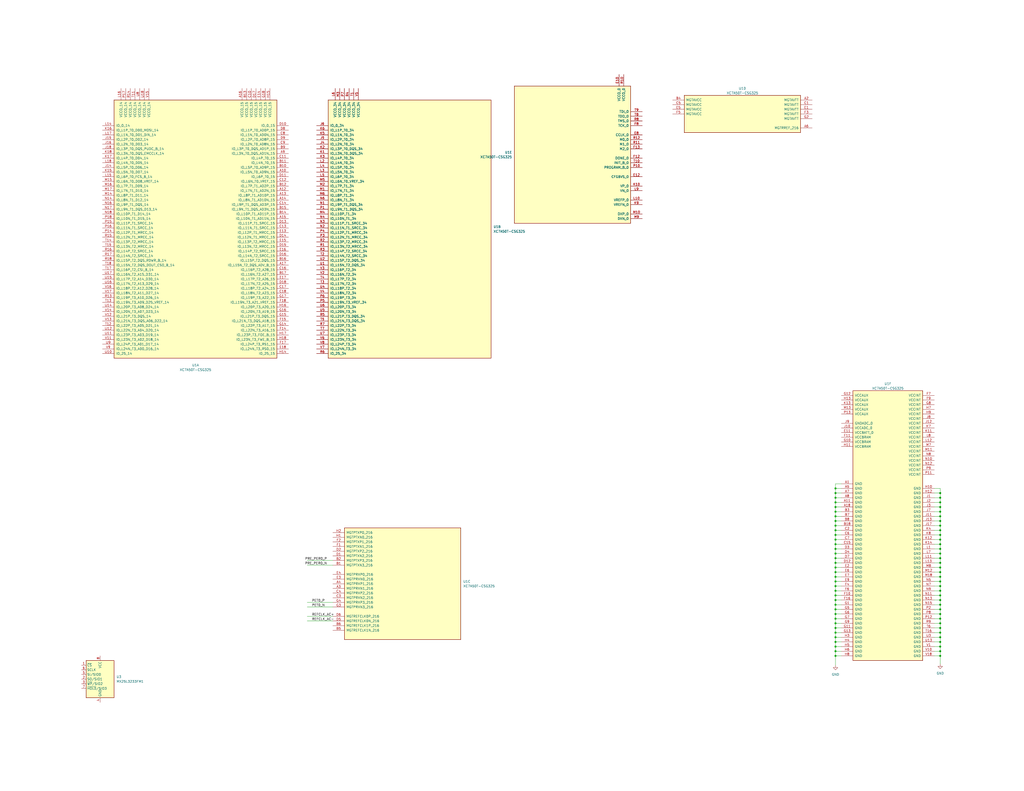
<source format=kicad_sch>
(kicad_sch (version 20230121) (generator eeschema)
  (paper "C")
  (lib_symbols
    (symbol "FPGA_Xilinx_Artix7:XC7A50T-CSG325" (pin_names (offset 1.016))
      (property "Reference" "U" (at 0 1.27 0))
      (property "Value" "XC7A50T-CSG325" (at 0 -1.27 0))
      (symbol "XC7A50T-CSG325_1_1"
        (rectangle (start -44.45 67.31) (end 44.45 -73.66) (stroke (width 0.254)) (fill (type background)))
        (pin bidirectional line (at 50.8 27.94 180) (length 6.35) (name "IO_L5N_T0_AD9N_15") (number "A10"))
        (pin bidirectional line (at 50.8 17.78 180) (length 6.35) (name "IO_L7N_T1_AD2N_15") (number "A12"))
        (pin bidirectional line (at 50.8 15.24 180) (length 6.35) (name "IO_L8P_T1_AD10P_15") (number "A13"))
        (pin bidirectional line (at 50.8 12.7 180) (length 6.35) (name "IO_L8N_T1_AD10N_15") (number "A14"))
        (pin bidirectional line (at 50.8 2.54 180) (length 6.35) (name "IO_L10N_T1_AD11N_15") (number "A15"))
        (pin power_in line (at 25.4 73.66 270) (length 6.35) (name "VCCO_15") (number "A16"))
        (pin bidirectional line (at 50.8 -22.86 180) (length 6.35) (name "IO_L15N_T2_DQS_ADV_B_15") (number "A17"))
        (pin bidirectional line (at 50.8 38.1 180) (length 6.35) (name "IO_L3N_T0_DQS_AD1N_15") (number "A9"))
        (pin bidirectional line (at 50.8 30.48 180) (length 6.35) (name "IO_L5P_T0_AD9P_15") (number "B10"))
        (pin bidirectional line (at 50.8 33.02 180) (length 6.35) (name "IO_L4N_T0_15") (number "B11"))
        (pin bidirectional line (at 50.8 20.32 180) (length 6.35) (name "IO_L7P_T1_AD2P_15") (number "B12"))
        (pin power_in line (at 27.94 73.66 270) (length 6.35) (name "VCCO_15") (number "B13"))
        (pin bidirectional line (at 50.8 5.08 180) (length 6.35) (name "IO_L10P_T1_AD11P_15") (number "B14"))
        (pin bidirectional line (at 50.8 7.62 180) (length 6.35) (name "IO_L9N_T1_DQS_AD3N_15") (number "B15"))
        (pin bidirectional line (at 50.8 -20.32 180) (length 6.35) (name "IO_L15P_T2_DQS_15") (number "B16"))
        (pin bidirectional line (at 50.8 -27.94 180) (length 6.35) (name "IO_L16N_T2_A27_15") (number "B17"))
        (pin bidirectional line (at 50.8 40.64 180) (length 6.35) (name "IO_L3P_T0_DQS_AD1P_15") (number "B9"))
        (pin power_in line (at 30.48 73.66 270) (length 6.35) (name "VCCO_15") (number "C10"))
        (pin bidirectional line (at 50.8 35.56 180) (length 6.35) (name "IO_L4P_T0_15") (number "C11"))
        (pin bidirectional line (at 50.8 22.86 180) (length 6.35) (name "IO_L6N_T0_VREF_15") (number "C12"))
        (pin bidirectional line (at 50.8 -2.54 180) (length 6.35) (name "IO_L11N_T1_SRCC_15") (number "C13"))
        (pin bidirectional line (at 50.8 10.16 180) (length 6.35) (name "IO_L9P_T1_DQS_AD3P_15") (number "C14"))
        (pin bidirectional line (at 50.8 -25.4 180) (length 6.35) (name "IO_L16P_T2_A28_15") (number "C16"))
        (pin bidirectional line (at 50.8 -35.56 180) (length 6.35) (name "IO_L18P_T2_A24_15") (number "C17"))
        (pin bidirectional line (at 50.8 -38.1 180) (length 6.35) (name "IO_L18N_T2_A23_15") (number "C18"))
        (pin bidirectional line (at 50.8 48.26 180) (length 6.35) (name "IO_L1N_T0_AD0N_15") (number "C8"))
        (pin bidirectional line (at 50.8 43.18 180) (length 6.35) (name "IO_L2N_T0_AD8N_15") (number "C9"))
        (pin bidirectional line (at 50.8 53.34 180) (length 6.35) (name "IO_0_15") (number "D10"))
        (pin bidirectional line (at 50.8 25.4 180) (length 6.35) (name "IO_L6P_T0_15") (number "D11"))
        (pin bidirectional line (at 50.8 0 180) (length 6.35) (name "IO_L11P_T1_SRCC_15") (number "D13"))
        (pin bidirectional line (at 50.8 -7.62 180) (length 6.35) (name "IO_L12N_T1_MRCC_15") (number "D14"))
        (pin bidirectional line (at 50.8 -12.7 180) (length 6.35) (name "IO_L13N_T2_MRCC_15") (number "D15"))
        (pin bidirectional line (at 50.8 -17.78 180) (length 6.35) (name "IO_L14N_T2_SRCC_15") (number "D16"))
        (pin power_in line (at 33.02 73.66 270) (length 6.35) (name "VCCO_15") (number "D17"))
        (pin bidirectional line (at 50.8 -33.02 180) (length 6.35) (name "IO_L17N_T2_A25_15") (number "D18"))
        (pin bidirectional line (at 50.8 50.8 180) (length 6.35) (name "IO_L1P_T0_AD0P_15") (number "D8"))
        (pin bidirectional line (at 50.8 45.72 180) (length 6.35) (name "IO_L2P_T0_AD8P_15") (number "D9"))
        (pin bidirectional line (at 50.8 -5.08 180) (length 6.35) (name "IO_L12P_T1_MRCC_15") (number "E13"))
        (pin power_in line (at 35.56 73.66 270) (length 6.35) (name "VCCO_15") (number "E14"))
        (pin bidirectional line (at 50.8 -10.16 180) (length 6.35) (name "IO_L13P_T2_MRCC_15") (number "E15"))
        (pin bidirectional line (at 50.8 -15.24 180) (length 6.35) (name "IO_L14P_T2_SRCC_15") (number "E16"))
        (pin bidirectional line (at 50.8 -30.48 180) (length 6.35) (name "IO_L17P_T2_A26_15") (number "E17"))
        (pin bidirectional line (at 50.8 -68.58 180) (length 6.35) (name "IO_L24N_T3_RS0_15") (number "E18"))
        (pin bidirectional line (at 50.8 -58.42 180) (length 6.35) (name "IO_L22N_T3_A16_15") (number "F14"))
        (pin bidirectional line (at 50.8 -53.34 180) (length 6.35) (name "IO_L21N_T3_DQS_A18_15") (number "F15"))
        (pin bidirectional line (at 50.8 -66.04 180) (length 6.35) (name "IO_L24P_T3_RS1_15") (number "F17"))
        (pin bidirectional line (at 50.8 -43.18 180) (length 6.35) (name "IO_L19N_T3_A21_VREF_15") (number "F18"))
        (pin bidirectional line (at 50.8 -55.88 180) (length 6.35) (name "IO_L22P_T3_A17_15") (number "G14"))
        (pin bidirectional line (at 50.8 -50.8 180) (length 6.35) (name "IO_L21P_T3_DQS_15") (number "G15"))
        (pin bidirectional line (at 50.8 -48.26 180) (length 6.35) (name "IO_L20N_T3_A19_15") (number "G16"))
        (pin bidirectional line (at 50.8 -40.64 180) (length 6.35) (name "IO_L19P_T3_A22_15") (number "G17"))
        (pin power_in line (at 38.1 73.66 270) (length 6.35) (name "VCCO_15") (number "G18"))
        (pin bidirectional line (at 50.8 -71.12 180) (length 6.35) (name "IO_25_15") (number "H14"))
        (pin power_in line (at 40.64 73.66 270) (length 6.35) (name "VCCO_15") (number "H15"))
        (pin bidirectional line (at 50.8 -45.72 180) (length 6.35) (name "IO_L20P_T3_A20_15") (number "H16"))
        (pin bidirectional line (at 50.8 -60.96 180) (length 6.35) (name "IO_L23P_T3_FOE_B_15") (number "H17"))
        (pin bidirectional line (at 50.8 -63.5 180) (length 6.35) (name "IO_L23N_T3_FWE_B_15") (number "H18"))
        (pin bidirectional line (at -50.8 30.48 0) (length 6.35) (name "IO_L5P_T0_D06_14") (number "J14"))
        (pin bidirectional line (at -50.8 45.72 0) (length 6.35) (name "IO_L2P_T0_D02_14") (number "J15"))
        (pin bidirectional line (at -50.8 43.18 0) (length 6.35) (name "IO_L2N_T0_D03_14") (number "J16"))
        (pin bidirectional line (at -50.8 40.64 0) (length 6.35) (name "IO_L3P_T0_DQS_PUDC_B_14") (number "J18"))
        (pin bidirectional line (at -50.8 27.94 0) (length 6.35) (name "IO_L5N_T0_D07_14") (number "K15"))
        (pin bidirectional line (at -50.8 50.8 0) (length 6.35) (name "IO_L1P_T0_D00_MOSI_14") (number "K16"))
        (pin bidirectional line (at -50.8 35.56 0) (length 6.35) (name "IO_L4P_T0_D04_14") (number "K17"))
        (pin bidirectional line (at -50.8 38.1 0) (length 6.35) (name "IO_L3N_T0_DQS_EMCCLK_14") (number "K18"))
        (pin bidirectional line (at -50.8 53.34 0) (length 6.35) (name "IO_0_14") (number "L14"))
        (pin bidirectional line (at -50.8 25.4 0) (length 6.35) (name "IO_L6P_T0_FCS_B_14") (number "L15"))
        (pin power_in line (at -40.64 73.66 270) (length 6.35) (name "VCCO_14") (number "L16"))
        (pin bidirectional line (at -50.8 48.26 0) (length 6.35) (name "IO_L1N_T0_D01_DIN_14") (number "L17"))
        (pin bidirectional line (at -50.8 33.02 0) (length 6.35) (name "IO_L4N_T0_D05_14") (number "L18"))
        (pin bidirectional line (at -50.8 15.24 0) (length 6.35) (name "IO_L8P_T1_D11_14") (number "M14"))
        (pin bidirectional line (at -50.8 22.86 0) (length 6.35) (name "IO_L6N_T0_D08_VREF_14") (number "M15"))
        (pin bidirectional line (at -50.8 20.32 0) (length 6.35) (name "IO_L7P_T1_D09_14") (number "M16"))
        (pin bidirectional line (at -50.8 17.78 0) (length 6.35) (name "IO_L7N_T1_D10_14") (number "M17"))
        (pin bidirectional line (at -50.8 12.7 0) (length 6.35) (name "IO_L8N_T1_D12_14") (number "N14"))
        (pin bidirectional line (at -50.8 10.16 0) (length 6.35) (name "IO_L9P_T1_DQS_14") (number "N16"))
        (pin bidirectional line (at -50.8 7.62 0) (length 6.35) (name "IO_L9N_T1_DQS_D13_14") (number "N17"))
        (pin bidirectional line (at -50.8 5.08 0) (length 6.35) (name "IO_L10P_T1_D14_14") (number "N18"))
        (pin bidirectional line (at -50.8 -5.08 0) (length 6.35) (name "IO_L12P_T1_MRCC_14") (number "P14"))
        (pin bidirectional line (at -50.8 0 0) (length 6.35) (name "IO_L11P_T1_SRCC_14") (number "P15"))
        (pin bidirectional line (at -50.8 -2.54 0) (length 6.35) (name "IO_L11N_T1_SRCC_14") (number "P16"))
        (pin power_in line (at -38.1 73.66 270) (length 6.35) (name "VCCO_14") (number "P17"))
        (pin bidirectional line (at -50.8 2.54 0) (length 6.35) (name "IO_L10N_T1_D15_14") (number "P18"))
        (pin bidirectional line (at -50.8 -40.64 0) (length 6.35) (name "IO_L19P_T3_A10_D26_14") (number "R13"))
        (pin power_in line (at -35.56 73.66 270) (length 6.35) (name "VCCO_14") (number "R14"))
        (pin bidirectional line (at -50.8 -7.62 0) (length 6.35) (name "IO_L12N_T1_MRCC_14") (number "R15"))
        (pin bidirectional line (at -50.8 -15.24 0) (length 6.35) (name "IO_L14P_T2_SRCC_14") (number "R16"))
        (pin bidirectional line (at -50.8 -17.78 0) (length 6.35) (name "IO_L14N_T2_SRCC_14") (number "R17"))
        (pin bidirectional line (at -50.8 -20.32 0) (length 6.35) (name "IO_L15P_T2_DQS_RDWR_B_14") (number "R18"))
        (pin power_in line (at -33.02 73.66 270) (length 6.35) (name "VCCO_14") (number "T11"))
        (pin bidirectional line (at -50.8 -55.88 0) (length 6.35) (name "IO_L22P_T3_A05_D21_14") (number "T12"))
        (pin bidirectional line (at -50.8 -43.18 0) (length 6.35) (name "IO_L19N_T3_A09_D25_VREF_14") (number "T13"))
        (pin bidirectional line (at -50.8 -10.16 0) (length 6.35) (name "IO_L13P_T2_MRCC_14") (number "T14"))
        (pin bidirectional line (at -50.8 -12.7 0) (length 6.35) (name "IO_L13N_T2_MRCC_14") (number "T15"))
        (pin bidirectional line (at -50.8 -25.4 0) (length 6.35) (name "IO_L16P_T2_CSI_B_14") (number "T17"))
        (pin bidirectional line (at -50.8 -22.86 0) (length 6.35) (name "IO_L15N_T2_DQS_DOUT_CSO_B_14") (number "T18"))
        (pin bidirectional line (at -50.8 -71.12 0) (length 6.35) (name "IO_25_14") (number "U10"))
        (pin bidirectional line (at -50.8 -60.96 0) (length 6.35) (name "IO_L23P_T3_A03_D19_14") (number "U11"))
        (pin bidirectional line (at -50.8 -58.42 0) (length 6.35) (name "IO_L22N_T3_A04_D20_14") (number "U12"))
        (pin bidirectional line (at -50.8 -45.72 0) (length 6.35) (name "IO_L20P_T3_A08_D24_14") (number "U14"))
        (pin bidirectional line (at -50.8 -30.48 0) (length 6.35) (name "IO_L17P_T2_A14_D30_14") (number "U15"))
        (pin bidirectional line (at -50.8 -33.02 0) (length 6.35) (name "IO_L17N_T2_A13_D29_14") (number "U16"))
        (pin bidirectional line (at -50.8 -27.94 0) (length 6.35) (name "IO_L16N_T2_A15_D31_14") (number "U17"))
        (pin power_in line (at -27.94 73.66 270) (length 6.35) (name "VCCO_14") (number "U18"))
        (pin power_in line (at -30.48 73.66 270) (length 6.35) (name "VCCO_14") (number "U8"))
        (pin bidirectional line (at -50.8 -66.04 0) (length 6.35) (name "IO_L24P_T3_A01_D17_14") (number "U9"))
        (pin bidirectional line (at -50.8 -63.5 0) (length 6.35) (name "IO_L23N_T3_A02_D18_14") (number "V11"))
        (pin bidirectional line (at -50.8 -50.8 0) (length 6.35) (name "IO_L21P_T3_DQS_14") (number "V12"))
        (pin bidirectional line (at -50.8 -53.34 0) (length 6.35) (name "IO_L21N_T3_DQS_A06_D22_14") (number "V13"))
        (pin bidirectional line (at -50.8 -48.26 0) (length 6.35) (name "IO_L20N_T3_A07_D23_14") (number "V14"))
        (pin power_in line (at -25.4 73.66 270) (length 6.35) (name "VCCO_14") (number "V15"))
        (pin bidirectional line (at -50.8 -35.56 0) (length 6.35) (name "IO_L18P_T2_A12_D28_14") (number "V16"))
        (pin bidirectional line (at -50.8 -38.1 0) (length 6.35) (name "IO_L18N_T2_A11_D27_14") (number "V17"))
        (pin bidirectional line (at -50.8 -68.58 0) (length 6.35) (name "IO_L24N_T3_A00_D16_14") (number "V9"))
      )
      (symbol "XC7A50T-CSG325_2_1"
        (rectangle (start -44.45 67.31) (end 44.45 -73.66) (stroke (width 0.254)) (fill (type background)))
        (pin bidirectional line (at -50.8 43.18 0) (length 6.35) (name "IO_L2N_T0_34") (number "J4"))
        (pin bidirectional line (at -50.8 45.72 0) (length 6.35) (name "IO_L2P_T0_34") (number "J5"))
        (pin bidirectional line (at -50.8 53.34 0) (length 6.35) (name "IO_0_34") (number "J6"))
        (pin bidirectional line (at -50.8 38.1 0) (length 6.35) (name "IO_L3N_T0_DQS_34") (number "K1"))
        (pin bidirectional line (at -50.8 40.64 0) (length 6.35) (name "IO_L3P_T0_DQS_34") (number "K2"))
        (pin bidirectional line (at -50.8 35.56 0) (length 6.35) (name "IO_L4P_T0_34") (number "K3"))
        (pin bidirectional line (at -50.8 48.26 0) (length 6.35) (name "IO_L1N_T0_34") (number "K5"))
        (pin bidirectional line (at -50.8 50.8 0) (length 6.35) (name "IO_L1P_T0_34") (number "K6"))
        (pin bidirectional line (at -50.8 33.02 0) (length 6.35) (name "IO_L4N_T0_34") (number "L2"))
        (pin bidirectional line (at -50.8 27.94 0) (length 6.35) (name "IO_L5N_T0_34") (number "L3"))
        (pin bidirectional line (at -50.8 30.48 0) (length 6.35) (name "IO_L5P_T0_34") (number "L4"))
        (pin bidirectional line (at -50.8 25.4 0) (length 6.35) (name "IO_L6P_T0_34") (number "L5"))
        (pin power_in line (at -40.64 73.66 270) (length 6.35) (name "VCCO_34") (number "L6"))
        (pin bidirectional line (at -50.8 17.78 0) (length 6.35) (name "IO_L7N_T1_34") (number "M1"))
        (pin bidirectional line (at -50.8 20.32 0) (length 6.35) (name "IO_L7P_T1_34") (number "M2"))
        (pin power_in line (at -38.1 73.66 270) (length 6.35) (name "VCCO_34") (number "M3"))
        (pin bidirectional line (at -50.8 5.08 0) (length 6.35) (name "IO_L10P_T1_34") (number "M4"))
        (pin bidirectional line (at -50.8 22.86 0) (length 6.35) (name "IO_L6N_T0_VREF_34") (number "M5"))
        (pin bidirectional line (at -50.8 15.24 0) (length 6.35) (name "IO_L8P_T1_34") (number "M6"))
        (pin bidirectional line (at -50.8 10.16 0) (length 6.35) (name "IO_L9P_T1_DQS_34") (number "N1"))
        (pin bidirectional line (at -50.8 -2.54 0) (length 6.35) (name "IO_L11N_T1_SRCC_34") (number "N2"))
        (pin bidirectional line (at -50.8 0 0) (length 6.35) (name "IO_L11P_T1_SRCC_34") (number "N3"))
        (pin bidirectional line (at -50.8 2.54 0) (length 6.35) (name "IO_L10N_T1_34") (number "N4"))
        (pin bidirectional line (at -50.8 12.7 0) (length 6.35) (name "IO_L8N_T1_34") (number "N6"))
        (pin bidirectional line (at -50.8 7.62 0) (length 6.35) (name "IO_L9N_T1_DQS_34") (number "P1"))
        (pin bidirectional line (at -50.8 -7.62 0) (length 6.35) (name "IO_L12N_T1_MRCC_34") (number "P3"))
        (pin bidirectional line (at -50.8 -5.08 0) (length 6.35) (name "IO_L12P_T1_MRCC_34") (number "P4"))
        (pin bidirectional line (at -50.8 -43.18 0) (length 6.35) (name "IO_L19N_T3_VREF_34") (number "P5"))
        (pin bidirectional line (at -50.8 -40.64 0) (length 6.35) (name "IO_L19P_T3_34") (number "P6"))
        (pin power_in line (at -35.56 73.66 270) (length 6.35) (name "VCCO_34") (number "P7"))
        (pin bidirectional line (at -50.8 -12.7 0) (length 6.35) (name "IO_L13N_T2_MRCC_34") (number "R1"))
        (pin bidirectional line (at -50.8 -10.16 0) (length 6.35) (name "IO_L13P_T2_MRCC_34") (number "R2"))
        (pin bidirectional line (at -50.8 -15.24 0) (length 6.35) (name "IO_L14P_T2_SRCC_34") (number "R3"))
        (pin power_in line (at -33.02 73.66 270) (length 6.35) (name "VCCO_34") (number "R4"))
        (pin bidirectional line (at -50.8 -50.8 0) (length 6.35) (name "IO_L21P_T3_DQS_34") (number "R5"))
        (pin bidirectional line (at -50.8 -71.12 0) (length 6.35) (name "IO_25_34") (number "R6"))
        (pin bidirectional line (at -50.8 -55.88 0) (length 6.35) (name "IO_L22P_T3_34") (number "R7"))
        (pin power_in line (at -30.48 73.66 270) (length 6.35) (name "VCCO_34") (number "T1"))
        (pin bidirectional line (at -50.8 -17.78 0) (length 6.35) (name "IO_L14N_T2_SRCC_34") (number "T2"))
        (pin bidirectional line (at -50.8 -33.02 0) (length 6.35) (name "IO_L17N_T2_34") (number "T3"))
        (pin bidirectional line (at -50.8 -30.48 0) (length 6.35) (name "IO_L17P_T2_34") (number "T4"))
        (pin bidirectional line (at -50.8 -53.34 0) (length 6.35) (name "IO_L21N_T3_DQS_34") (number "T5"))
        (pin bidirectional line (at -50.8 -58.42 0) (length 6.35) (name "IO_L22N_T3_34") (number "T7"))
        (pin bidirectional line (at -50.8 -22.86 0) (length 6.35) (name "IO_L15N_T2_DQS_34") (number "U1"))
        (pin bidirectional line (at -50.8 -20.32 0) (length 6.35) (name "IO_L15P_T2_DQS_34") (number "U2"))
        (pin bidirectional line (at -50.8 -35.56 0) (length 6.35) (name "IO_L18P_T2_34") (number "U4"))
        (pin bidirectional line (at -50.8 -48.26 0) (length 6.35) (name "IO_L20N_T3_34") (number "U5"))
        (pin bidirectional line (at -50.8 -45.72 0) (length 6.35) (name "IO_L20P_T3_34") (number "U6"))
        (pin bidirectional line (at -50.8 -60.96 0) (length 6.35) (name "IO_L23P_T3_34") (number "U7"))
        (pin bidirectional line (at -50.8 -27.94 0) (length 6.35) (name "IO_L16N_T2_34") (number "V2"))
        (pin bidirectional line (at -50.8 -25.4 0) (length 6.35) (name "IO_L16P_T2_34") (number "V3"))
        (pin bidirectional line (at -50.8 -38.1 0) (length 6.35) (name "IO_L18N_T2_34") (number "V4"))
        (pin power_in line (at -27.94 73.66 270) (length 6.35) (name "VCCO_34") (number "V5"))
        (pin bidirectional line (at -50.8 -63.5 0) (length 6.35) (name "IO_L23N_T3_34") (number "V6"))
        (pin bidirectional line (at -50.8 -68.58 0) (length 6.35) (name "IO_L24N_T3_34") (number "V7"))
        (pin bidirectional line (at -50.8 -66.04 0) (length 6.35) (name "IO_L24P_T3_34") (number "V8"))
      )
      (symbol "XC7A50T-CSG325_3_1"
        (rectangle (start -31.75 30.48) (end 31.75 -30.48) (stroke (width 0.254)) (fill (type background)))
        (pin bidirectional line (at -38.1 -2.54 0) (length 6.35) (name "MGTPRXN1_216") (number "A3"))
        (pin bidirectional line (at -38.1 0 0) (length 6.35) (name "MGTPRXP1_216") (number "A4"))
        (pin bidirectional line (at -38.1 10.16 0) (length 6.35) (name "MGTPTXN3_216") (number "B1"))
        (pin bidirectional line (at -38.1 12.7 0) (length 6.35) (name "MGTPTXP3_216") (number "B2"))
        (pin bidirectional line (at -38.1 -25.4 0) (length 6.35) (name "MGTREFCLK1N_216") (number "B5"))
        (pin bidirectional line (at -38.1 -22.86 0) (length 6.35) (name "MGTREFCLK1P_216") (number "B6"))
        (pin bidirectional line (at -38.1 -7.62 0) (length 6.35) (name "MGTPRXN2_216") (number "C3"))
        (pin bidirectional line (at -38.1 -5.08 0) (length 6.35) (name "MGTPRXP2_216") (number "C4"))
        (pin bidirectional line (at -38.1 15.24 0) (length 6.35) (name "MGTPTXN2_216") (number "D1"))
        (pin bidirectional line (at -38.1 17.78 0) (length 6.35) (name "MGTPTXP2_216") (number "D2"))
        (pin bidirectional line (at -38.1 -20.32 0) (length 6.35) (name "MGTREFCLK0N_216") (number "D5"))
        (pin bidirectional line (at -38.1 -17.78 0) (length 6.35) (name "MGTREFCLK0P_216") (number "D6"))
        (pin bidirectional line (at -38.1 2.54 0) (length 6.35) (name "MGTPRXN0_216") (number "E3"))
        (pin bidirectional line (at -38.1 5.08 0) (length 6.35) (name "MGTPRXP0_216") (number "E4"))
        (pin bidirectional line (at -38.1 20.32 0) (length 6.35) (name "MGTPTXN1_216") (number "F1"))
        (pin bidirectional line (at -38.1 22.86 0) (length 6.35) (name "MGTPTXP1_216") (number "F2"))
        (pin bidirectional line (at -38.1 -12.7 0) (length 6.35) (name "MGTPRXN3_216") (number "G3"))
        (pin bidirectional line (at -38.1 -10.16 0) (length 6.35) (name "MGTPRXP3_216") (number "G4"))
        (pin bidirectional line (at -38.1 25.4 0) (length 6.35) (name "MGTPTXN0_216") (number "H1"))
        (pin bidirectional line (at -38.1 27.94 0) (length 6.35) (name "MGTPTXP0_216") (number "H2"))
      )
      (symbol "XC7A50T-CSG325_4_1"
        (rectangle (start -31.75 10.16) (end 31.75 -10.16) (stroke (width 0.254)) (fill (type background)))
        (pin power_in line (at 38.1 7.62 180) (length 6.35) (name "MGTAVTT") (number "A2"))
        (pin power_in line (at 38.1 -7.62 180) (length 6.35) (name "MGTRREF_216") (number "A6"))
        (pin power_in line (at -38.1 7.62 0) (length 6.35) (name "MGTAVCC") (number "B4"))
        (pin power_in line (at 38.1 5.08 180) (length 6.35) (name "MGTAVTT") (number "C1"))
        (pin power_in line (at -38.1 5.08 0) (length 6.35) (name "MGTAVCC") (number "C5"))
        (pin power_in line (at 38.1 2.54 180) (length 6.35) (name "MGTAVTT") (number "E1"))
        (pin power_in line (at -38.1 2.54 0) (length 6.35) (name "MGTAVCC") (number "E5"))
        (pin power_in line (at 38.1 0 180) (length 6.35) (name "MGTAVTT") (number "F3"))
        (pin power_in line (at -38.1 0 0) (length 6.35) (name "MGTAVCC") (number "F5"))
        (pin power_in line (at 38.1 -2.54 180) (length 6.35) (name "MGTAVTT") (number "G2"))
      )
      (symbol "XC7A50T-CSG325_5_1"
        (rectangle (start -31.75 34.29) (end 31.75 -40.64) (stroke (width 0.254)) (fill (type background)))
        (pin power_in line (at 25.4 40.64 270) (length 6.35) (name "VCCO_0") (number "E10"))
        (pin bidirectional line (at 38.1 -15.24 180) (length 6.35) (name "CFGBVS_0") (number "E12"))
        (pin bidirectional line (at 38.1 7.62 180) (length 6.35) (name "CCLK_0") (number "E8"))
        (pin bidirectional line (at 38.1 -5.08 180) (length 6.35) (name "DONE_0") (number "F12"))
        (pin bidirectional line (at 38.1 0 180) (length 6.35) (name "M2_0") (number "F13"))
        (pin bidirectional line (at 38.1 12.7 180) (length 6.35) (name "TCK_0") (number "F8"))
        (pin bidirectional line (at 38.1 -20.32 180) (length 6.35) (name "VP_0") (number "K10"))
        (pin bidirectional line (at 38.1 -30.48 180) (length 6.35) (name "VREFN_0") (number "K9"))
        (pin bidirectional line (at 38.1 -27.94 180) (length 6.35) (name "VREFP_0") (number "L10"))
        (pin bidirectional line (at 38.1 -22.86 180) (length 6.35) (name "VN_0") (number "L9"))
        (pin bidirectional line (at 38.1 -35.56 180) (length 6.35) (name "DXP_0") (number "M10"))
        (pin bidirectional line (at 38.1 -38.1 180) (length 6.35) (name "DXN_0") (number "M9"))
        (pin bidirectional line (at 38.1 -10.16 180) (length 6.35) (name "PROGRAM_B_0") (number "P10"))
        (pin power_in line (at 27.94 40.64 270) (length 6.35) (name "VCCO_0") (number "R10"))
        (pin bidirectional line (at 38.1 2.54 180) (length 6.35) (name "M1_0") (number "R11"))
        (pin bidirectional line (at 38.1 5.08 180) (length 6.35) (name "M0_0") (number "R12"))
        (pin bidirectional line (at 38.1 15.24 180) (length 6.35) (name "TMS_0") (number "R8"))
        (pin bidirectional line (at 38.1 -7.62 180) (length 6.35) (name "INIT_B_0") (number "T10"))
        (pin bidirectional line (at 38.1 17.78 180) (length 6.35) (name "TDO_0") (number "T8"))
        (pin bidirectional line (at 38.1 20.32 180) (length 6.35) (name "TDI_0") (number "T9"))
      )
      (symbol "XC7A50T-CSG325_6_1"
        (rectangle (start -19.05 73.66) (end 19.05 -73.66) (stroke (width 0.254)) (fill (type background)))
        (pin power_in line (at -25.4 22.86 0) (length 6.35) (name "GND") (number "A1"))
        (pin power_in line (at -25.4 12.7 0) (length 6.35) (name "GND") (number "A11"))
        (pin power_in line (at -25.4 10.16 0) (length 6.35) (name "GND") (number "A18"))
        (pin power_in line (at -25.4 20.32 0) (length 6.35) (name "GND") (number "A5"))
        (pin power_in line (at -25.4 17.78 0) (length 6.35) (name "GND") (number "A7"))
        (pin power_in line (at -25.4 15.24 0) (length 6.35) (name "GND") (number "A8"))
        (pin power_in line (at -25.4 0 0) (length 6.35) (name "GND") (number "B18"))
        (pin power_in line (at -25.4 7.62 0) (length 6.35) (name "GND") (number "B3"))
        (pin power_in line (at -25.4 5.08 0) (length 6.35) (name "GND") (number "B7"))
        (pin power_in line (at -25.4 2.54 0) (length 6.35) (name "GND") (number "B8"))
        (pin power_in line (at -25.4 -10.16 0) (length 6.35) (name "GND") (number "C15"))
        (pin power_in line (at -25.4 -2.54 0) (length 6.35) (name "GND") (number "C2"))
        (pin power_in line (at -25.4 -5.08 0) (length 6.35) (name "GND") (number "C6"))
        (pin power_in line (at -25.4 -7.62 0) (length 6.35) (name "GND") (number "C7"))
        (pin power_in line (at -25.4 -20.32 0) (length 6.35) (name "GND") (number "D12"))
        (pin power_in line (at -25.4 -12.7 0) (length 6.35) (name "GND") (number "D3"))
        (pin power_in line (at -25.4 -15.24 0) (length 6.35) (name "GND") (number "D4"))
        (pin power_in line (at -25.4 -17.78 0) (length 6.35) (name "GND") (number "D7"))
        (pin power_in line (at -25.4 50.8 0) (length 6.35) (name "VCCBATT_0") (number "E11"))
        (pin power_in line (at -25.4 -22.86 0) (length 6.35) (name "GND") (number "E2"))
        (pin power_in line (at -25.4 -25.4 0) (length 6.35) (name "GND") (number "E6"))
        (pin power_in line (at -25.4 -27.94 0) (length 6.35) (name "GND") (number "E7"))
        (pin power_in line (at -25.4 -30.48 0) (length 6.35) (name "GND") (number "E9"))
        (pin power_in line (at -25.4 -38.1 0) (length 6.35) (name "GND") (number "F10"))
        (pin power_in line (at -25.4 48.26 0) (length 6.35) (name "VCCBRAM") (number "F11"))
        (pin power_in line (at -25.4 -40.64 0) (length 6.35) (name "GND") (number "F16"))
        (pin power_in line (at -25.4 -33.02 0) (length 6.35) (name "GND") (number "F4"))
        (pin power_in line (at -25.4 -35.56 0) (length 6.35) (name "GND") (number "F6"))
        (pin power_in line (at 25.4 71.12 180) (length 6.35) (name "VCCINT") (number "F7"))
        (pin power_in line (at 25.4 68.58 180) (length 6.35) (name "VCCINT") (number "F9"))
        (pin power_in line (at -25.4 -43.18 0) (length 6.35) (name "GND") (number "G1"))
        (pin power_in line (at -25.4 45.72 0) (length 6.35) (name "VCCBRAM") (number "G10"))
        (pin power_in line (at -25.4 -55.88 0) (length 6.35) (name "GND") (number "G11"))
        (pin power_in line (at -25.4 71.12 0) (length 6.35) (name "VCCAUX") (number "G12"))
        (pin power_in line (at -25.4 -58.42 0) (length 6.35) (name "GND") (number "G13"))
        (pin power_in line (at -25.4 -45.72 0) (length 6.35) (name "GND") (number "G5"))
        (pin power_in line (at -25.4 -48.26 0) (length 6.35) (name "GND") (number "G6"))
        (pin power_in line (at -25.4 -50.8 0) (length 6.35) (name "GND") (number "G7"))
        (pin power_in line (at 25.4 66.04 180) (length 6.35) (name "VCCINT") (number "G8"))
        (pin power_in line (at -25.4 -53.34 0) (length 6.35) (name "GND") (number "G9"))
        (pin power_in line (at 25.4 20.32 180) (length 6.35) (name "GND") (number "H10"))
        (pin power_in line (at -25.4 43.18 0) (length 6.35) (name "VCCBRAM") (number "H11"))
        (pin power_in line (at 25.4 17.78 180) (length 6.35) (name "GND") (number "H12"))
        (pin power_in line (at -25.4 68.58 0) (length 6.35) (name "VCCAUX") (number "H13"))
        (pin power_in line (at -25.4 -60.96 0) (length 6.35) (name "GND") (number "H3"))
        (pin power_in line (at -25.4 -63.5 0) (length 6.35) (name "GND") (number "H4"))
        (pin power_in line (at -25.4 -66.04 0) (length 6.35) (name "GND") (number "H5"))
        (pin power_in line (at -25.4 -68.58 0) (length 6.35) (name "GND") (number "H6"))
        (pin power_in line (at 25.4 63.5 180) (length 6.35) (name "VCCINT") (number "H7"))
        (pin power_in line (at -25.4 -71.12 0) (length 6.35) (name "GND") (number "H8"))
        (pin power_in line (at 25.4 60.96 180) (length 6.35) (name "VCCINT") (number "H9"))
        (pin power_in line (at 25.4 15.24 180) (length 6.35) (name "GND") (number "J1"))
        (pin power_in line (at -25.4 53.34 0) (length 6.35) (name "VCCADC_0") (number "J10"))
        (pin power_in line (at 25.4 5.08 180) (length 6.35) (name "GND") (number "J11"))
        (pin power_in line (at 25.4 55.88 180) (length 6.35) (name "VCCINT") (number "J12"))
        (pin power_in line (at 25.4 2.54 180) (length 6.35) (name "GND") (number "J13"))
        (pin power_in line (at 25.4 0 180) (length 6.35) (name "GND") (number "J17"))
        (pin power_in line (at 25.4 12.7 180) (length 6.35) (name "GND") (number "J2"))
        (pin power_in line (at 25.4 10.16 180) (length 6.35) (name "GND") (number "J3"))
        (pin power_in line (at 25.4 7.62 180) (length 6.35) (name "GND") (number "J7"))
        (pin power_in line (at 25.4 58.42 180) (length 6.35) (name "VCCINT") (number "J8"))
        (pin power_in line (at -25.4 55.88 0) (length 6.35) (name "GNDADC_0") (number "J9"))
        (pin power_in line (at 25.4 50.8 180) (length 6.35) (name "VCCINT") (number "K11"))
        (pin power_in line (at 25.4 -7.62 180) (length 6.35) (name "GND") (number "K12"))
        (pin power_in line (at -25.4 66.04 0) (length 6.35) (name "VCCAUX") (number "K13"))
        (pin power_in line (at 25.4 -10.16 180) (length 6.35) (name "GND") (number "K14"))
        (pin power_in line (at 25.4 -2.54 180) (length 6.35) (name "GND") (number "K4"))
        (pin power_in line (at 25.4 53.34 180) (length 6.35) (name "VCCINT") (number "K7"))
        (pin power_in line (at 25.4 -5.08 180) (length 6.35) (name "GND") (number "K8"))
        (pin power_in line (at 25.4 -12.7 180) (length 6.35) (name "GND") (number "L1"))
        (pin power_in line (at 25.4 -17.78 180) (length 6.35) (name "GND") (number "L11"))
        (pin power_in line (at 25.4 45.72 180) (length 6.35) (name "VCCINT") (number "L12"))
        (pin power_in line (at 25.4 -20.32 180) (length 6.35) (name "GND") (number "L13"))
        (pin power_in line (at 25.4 -15.24 180) (length 6.35) (name "GND") (number "L7"))
        (pin power_in line (at 25.4 48.26 180) (length 6.35) (name "VCCINT") (number "L8"))
        (pin power_in line (at 25.4 40.64 180) (length 6.35) (name "VCCINT") (number "M11"))
        (pin power_in line (at 25.4 -25.4 180) (length 6.35) (name "GND") (number "M12"))
        (pin power_in line (at -25.4 63.5 0) (length 6.35) (name "VCCAUX") (number "M13"))
        (pin power_in line (at 25.4 -27.94 180) (length 6.35) (name "GND") (number "M18"))
        (pin power_in line (at 25.4 43.18 180) (length 6.35) (name "VCCINT") (number "M7"))
        (pin power_in line (at 25.4 -22.86 180) (length 6.35) (name "GND") (number "M8"))
        (pin power_in line (at 25.4 35.56 180) (length 6.35) (name "VCCINT") (number "N10"))
        (pin power_in line (at 25.4 -38.1 180) (length 6.35) (name "GND") (number "N11"))
        (pin power_in line (at 25.4 33.02 180) (length 6.35) (name "VCCINT") (number "N12"))
        (pin power_in line (at 25.4 -40.64 180) (length 6.35) (name "GND") (number "N13"))
        (pin power_in line (at 25.4 -43.18 180) (length 6.35) (name "GND") (number "N15"))
        (pin power_in line (at 25.4 -30.48 180) (length 6.35) (name "GND") (number "N5"))
        (pin power_in line (at 25.4 -33.02 180) (length 6.35) (name "GND") (number "N7"))
        (pin power_in line (at 25.4 38.1 180) (length 6.35) (name "VCCINT") (number "N8"))
        (pin power_in line (at 25.4 -35.56 180) (length 6.35) (name "GND") (number "N9"))
        (pin power_in line (at 25.4 27.94 180) (length 6.35) (name "VCCINT") (number "P11"))
        (pin power_in line (at 25.4 -50.8 180) (length 6.35) (name "GND") (number "P12"))
        (pin power_in line (at -25.4 60.96 0) (length 6.35) (name "VCCAUX") (number "P13"))
        (pin power_in line (at 25.4 -45.72 180) (length 6.35) (name "GND") (number "P2"))
        (pin power_in line (at 25.4 -48.26 180) (length 6.35) (name "GND") (number "P8"))
        (pin power_in line (at 25.4 30.48 180) (length 6.35) (name "VCCINT") (number "P9"))
        (pin power_in line (at 25.4 -53.34 180) (length 6.35) (name "GND") (number "R9"))
        (pin power_in line (at 25.4 -58.42 180) (length 6.35) (name "GND") (number "T16"))
        (pin power_in line (at 25.4 -55.88 180) (length 6.35) (name "GND") (number "T6"))
        (pin power_in line (at 25.4 -63.5 180) (length 6.35) (name "GND") (number "U13"))
        (pin power_in line (at 25.4 -60.96 180) (length 6.35) (name "GND") (number "U3"))
        (pin power_in line (at 25.4 -66.04 180) (length 6.35) (name "GND") (number "V1"))
        (pin power_in line (at 25.4 -68.58 180) (length 6.35) (name "GND") (number "V10"))
        (pin power_in line (at 25.4 -71.12 180) (length 6.35) (name "GND") (number "V18"))
      )
    )
    (symbol "Memory_Flash:MX25L3233FM1"
      (property "Reference" "U" (at -6.35 11.43 0))
      (property "Value" "MX25L3233FM1" (at 10.16 11.43 0))
      (symbol "MX25L3233FM1_0_1"
        (rectangle (start -7.62 10.16) (end 7.62 -10.16) (stroke (width 0.254)) (fill (type background)))
      )
      (symbol "MX25L3233FM1_1_1"
        (pin input line (at -10.16 7.62 0) (length 2.54) (name "~{CS}") (number "1"))
        (pin bidirectional line (at -10.16 0 0) (length 2.54) (name "SO/SIO1") (number "2"))
        (pin bidirectional line (at -10.16 -2.54 0) (length 2.54) (name "~{WP}/SIO2") (number "3"))
        (pin power_in line (at 0 -12.7 90) (length 2.54) (name "GND") (number "4"))
        (pin bidirectional line (at -10.16 2.54 0) (length 2.54) (name "SI/SIO0") (number "5"))
        (pin input line (at -10.16 5.08 0) (length 2.54) (name "SCLK") (number "6"))
        (pin bidirectional line (at -10.16 -5.08 0) (length 2.54) (name "~{HOLD}/SIO3") (number "7"))
        (pin power_in line (at 0 12.7 270) (length 2.54) (name "VCC") (number "8"))
      )
    )
    (symbol "power:GND" (power) (pin_names (offset 0))
      (property "Value" "GND" (at 0 -3.81 0))
      (symbol "GND_0_1"
        (polyline (pts (xy 0 0) (xy 0 -1.27) (xy 1.27 -1.27) (xy 0 -2.54) (xy -1.27 -1.27) (xy 0 -1.27)))
      )
      (symbol "GND_1_1"
        (pin power_in line (at 0 0 270) (length 0) hide (name "GND") (number "1"))
      )
    )
  )
  (junction (at 455.93 350.52))
  (junction (at 513.08 307.34))
  (junction (at 455.93 314.96))
  (junction (at 513.08 292.1))
  (junction (at 513.08 332.74))
  (junction (at 455.93 281.94))
  (junction (at 455.93 297.18))
  (junction (at 455.93 345.44))
  (junction (at 513.08 274.32))
  (junction (at 513.08 271.78))
  (junction (at 455.93 284.48))
  (junction (at 455.93 292.1))
  (junction (at 513.08 294.64))
  (junction (at 455.93 312.42))
  (junction (at 455.93 355.6))
  (junction (at 455.93 317.5))
  (junction (at 513.08 325.12))
  (junction (at 513.08 317.5))
  (junction (at 513.08 350.52))
  (junction (at 513.08 355.6))
  (junction (at 513.08 304.8))
  (junction (at 513.08 347.98))
  (junction (at 455.93 358.14))
  (junction (at 513.08 358.14))
  (junction (at 455.93 332.74))
  (junction (at 513.08 330.2))
  (junction (at 513.08 320.04))
  (junction (at 513.08 337.82))
  (junction (at 455.93 325.12))
  (junction (at 513.08 309.88))
  (junction (at 455.93 353.06))
  (junction (at 513.08 276.86))
  (junction (at 513.08 314.96))
  (junction (at 455.93 337.82))
  (junction (at 513.08 345.44))
  (junction (at 455.93 269.24))
  (junction (at 455.93 307.34))
  (junction (at 513.08 312.42))
  (junction (at 513.08 353.06))
  (junction (at 455.93 266.7))
  (junction (at 455.93 304.8))
  (junction (at 455.93 276.86))
  (junction (at 455.93 289.56))
  (junction (at 455.93 327.66))
  (junction (at 455.93 274.32))
  (junction (at 455.93 330.2))
  (junction (at 513.08 299.72))
  (junction (at 455.93 320.04))
  (junction (at 513.08 284.48))
  (junction (at 513.08 335.28))
  (junction (at 455.93 287.02))
  (junction (at 513.08 322.58))
  (junction (at 513.08 302.26))
  (junction (at 455.93 335.28))
  (junction (at 513.08 279.4))
  (junction (at 513.08 281.94))
  (junction (at 455.93 309.88))
  (junction (at 513.08 289.56))
  (junction (at 455.93 302.26))
  (junction (at 513.08 287.02))
  (junction (at 513.08 269.24))
  (junction (at 455.93 342.9))
  (junction (at 455.93 347.98))
  (junction (at 455.93 271.78))
  (junction (at 513.08 342.9))
  (junction (at 513.08 327.66))
  (junction (at 513.08 297.18))
  (junction (at 455.93 340.36))
  (junction (at 455.93 279.4))
  (junction (at 513.08 340.36))
  (junction (at 455.93 322.58))
  (junction (at 455.93 294.64))
  (junction (at 455.93 299.72))
  (wire (pts (xy 167.64 308.61) (xy 181.61 308.61)))
  (wire (pts (xy 513.08 271.78) (xy 513.08 269.24)))
  (wire (pts (xy 459.105 325.12) (xy 455.93 325.12)))
  (wire (pts (xy 455.93 281.94) (xy 455.93 284.48)))
  (wire (pts (xy 509.905 340.36) (xy 513.08 340.36)))
  (wire (pts (xy 509.905 266.7) (xy 513.08 266.7)))
  (wire (pts (xy 513.08 330.2) (xy 513.08 327.66)))
  (wire (pts (xy 459.105 281.94) (xy 455.93 281.94)))
  (wire (pts (xy 513.08 327.66) (xy 513.08 325.12)))
  (wire (pts (xy 167.64 331.47) (xy 181.61 331.47)))
  (wire (pts (xy 167.64 336.55) (xy 181.61 336.55)))
  (wire (pts (xy 513.08 322.58) (xy 513.08 320.04)))
  (wire (pts (xy 513.08 297.18) (xy 513.08 294.64)))
  (wire (pts (xy 509.905 292.1) (xy 513.08 292.1)))
  (wire (pts (xy 509.905 342.9) (xy 513.08 342.9)))
  (wire (pts (xy 459.105 302.26) (xy 455.93 302.26)))
  (wire (pts (xy 509.905 276.86) (xy 513.08 276.86)))
  (wire (pts (xy 455.93 292.1) (xy 455.93 294.64)))
  (wire (pts (xy 455.93 358.14) (xy 455.93 363.22)))
  (wire (pts (xy 455.93 269.24) (xy 455.93 271.78)))
  (wire (pts (xy 509.905 327.66) (xy 513.08 327.66)))
  (wire (pts (xy 509.905 322.58) (xy 513.08 322.58)))
  (wire (pts (xy 509.905 335.28) (xy 513.08 335.28)))
  (wire (pts (xy 455.93 271.78) (xy 455.93 274.32)))
  (wire (pts (xy 459.105 269.24) (xy 455.93 269.24)))
  (wire (pts (xy 513.08 347.98) (xy 513.08 345.44)))
  (wire (pts (xy 459.105 314.96) (xy 455.93 314.96)))
  (wire (pts (xy 455.93 294.64) (xy 455.93 297.18)))
  (wire (pts (xy 455.93 299.72) (xy 455.93 302.26)))
  (wire (pts (xy 513.08 309.88) (xy 513.08 307.34)))
  (wire (pts (xy 509.905 274.32) (xy 513.08 274.32)))
  (wire (pts (xy 455.93 345.44) (xy 455.93 347.98)))
  (wire (pts (xy 513.08 299.72) (xy 513.08 297.18)))
  (wire (pts (xy 459.105 271.78) (xy 455.93 271.78)))
  (wire (pts (xy 459.105 350.52) (xy 455.93 350.52)))
  (wire (pts (xy 513.08 294.64) (xy 513.08 292.1)))
  (wire (pts (xy 509.905 304.8) (xy 513.08 304.8)))
  (wire (pts (xy 459.105 284.48) (xy 455.93 284.48)))
  (wire (pts (xy 455.93 335.28) (xy 455.93 337.82)))
  (wire (pts (xy 455.93 342.9) (xy 455.93 345.44)))
  (wire (pts (xy 513.08 312.42) (xy 513.08 309.88)))
  (wire (pts (xy 513.08 325.12) (xy 513.08 322.58)))
  (wire (pts (xy 459.105 307.34) (xy 455.93 307.34)))
  (wire (pts (xy 509.905 330.2) (xy 513.08 330.2)))
  (wire (pts (xy 167.64 328.93) (xy 181.61 328.93)))
  (wire (pts (xy 513.08 289.56) (xy 513.08 287.02)))
  (wire (pts (xy 455.93 304.8) (xy 455.93 307.34)))
  (wire (pts (xy 513.08 292.1) (xy 513.08 289.56)))
  (wire (pts (xy 455.93 325.12) (xy 455.93 327.66)))
  (wire (pts (xy 459.105 342.9) (xy 455.93 342.9)))
  (wire (pts (xy 513.08 320.04) (xy 513.08 317.5)))
  (wire (pts (xy 513.08 269.24) (xy 513.08 266.7)))
  (wire (pts (xy 455.93 317.5) (xy 455.93 320.04)))
  (wire (pts (xy 509.905 294.64) (xy 513.08 294.64)))
  (wire (pts (xy 459.105 337.82) (xy 455.93 337.82)))
  (wire (pts (xy 509.905 314.96) (xy 513.08 314.96)))
  (wire (pts (xy 509.905 350.52) (xy 513.08 350.52)))
  (wire (pts (xy 509.905 337.82) (xy 513.08 337.82)))
  (wire (pts (xy 455.93 330.2) (xy 455.93 332.74)))
  (wire (pts (xy 509.905 325.12) (xy 513.08 325.12)))
  (wire (pts (xy 459.105 274.32) (xy 455.93 274.32)))
  (wire (pts (xy 455.93 264.16) (xy 455.93 266.7)))
  (wire (pts (xy 513.08 279.4) (xy 513.08 276.86)))
  (wire (pts (xy 455.93 276.86) (xy 455.93 279.4)))
  (wire (pts (xy 459.105 264.16) (xy 455.93 264.16)))
  (wire (pts (xy 513.08 337.82) (xy 513.08 335.28)))
  (wire (pts (xy 459.105 320.04) (xy 455.93 320.04)))
  (wire (pts (xy 459.105 330.2) (xy 455.93 330.2)))
  (wire (pts (xy 459.105 294.64) (xy 455.93 294.64)))
  (wire (pts (xy 509.905 297.18) (xy 513.08 297.18)))
  (wire (pts (xy 455.93 287.02) (xy 455.93 289.56)))
  (wire (pts (xy 459.105 355.6) (xy 455.93 355.6)))
  (wire (pts (xy 455.93 289.56) (xy 455.93 292.1)))
  (wire (pts (xy 509.905 345.44) (xy 513.08 345.44)))
  (wire (pts (xy 459.105 345.44) (xy 455.93 345.44)))
  (wire (pts (xy 513.08 302.26) (xy 513.08 299.72)))
  (wire (pts (xy 513.08 314.96) (xy 513.08 312.42)))
  (wire (pts (xy 509.905 317.5) (xy 513.08 317.5)))
  (wire (pts (xy 455.93 307.34) (xy 455.93 309.88)))
  (wire (pts (xy 509.905 312.42) (xy 513.08 312.42)))
  (wire (pts (xy 513.08 342.9) (xy 513.08 340.36)))
  (wire (pts (xy 459.105 353.06) (xy 455.93 353.06)))
  (wire (pts (xy 459.105 327.66) (xy 455.93 327.66)))
  (wire (pts (xy 509.905 279.4) (xy 513.08 279.4)))
  (wire (pts (xy 513.08 317.5) (xy 513.08 314.96)))
  (wire (pts (xy 509.905 307.34) (xy 513.08 307.34)))
  (wire (pts (xy 455.93 314.96) (xy 455.93 317.5)))
  (wire (pts (xy 167.64 339.09) (xy 181.61 339.09)))
  (wire (pts (xy 455.93 353.06) (xy 455.93 355.6)))
  (wire (pts (xy 455.93 322.58) (xy 455.93 325.12)))
  (wire (pts (xy 513.08 276.86) (xy 513.08 274.32)))
  (wire (pts (xy 509.905 269.24) (xy 513.08 269.24)))
  (wire (pts (xy 459.105 358.14) (xy 455.93 358.14)))
  (wire (pts (xy 509.905 299.72) (xy 513.08 299.72)))
  (wire (pts (xy 513.08 345.44) (xy 513.08 342.9)))
  (wire (pts (xy 509.905 332.74) (xy 513.08 332.74)))
  (wire (pts (xy 459.105 340.36) (xy 455.93 340.36)))
  (wire (pts (xy 513.08 355.6) (xy 513.08 353.06)))
  (wire (pts (xy 459.105 292.1) (xy 455.93 292.1)))
  (wire (pts (xy 513.08 353.06) (xy 513.08 350.52)))
  (wire (pts (xy 509.905 289.56) (xy 513.08 289.56)))
  (wire (pts (xy 459.105 347.98) (xy 455.93 347.98)))
  (wire (pts (xy 509.905 353.06) (xy 513.08 353.06)))
  (wire (pts (xy 509.905 302.26) (xy 513.08 302.26)))
  (wire (pts (xy 455.93 302.26) (xy 455.93 304.8)))
  (wire (pts (xy 459.105 335.28) (xy 455.93 335.28)))
  (wire (pts (xy 513.08 287.02) (xy 513.08 284.48)))
  (wire (pts (xy 509.905 347.98) (xy 513.08 347.98)))
  (wire (pts (xy 459.105 287.02) (xy 455.93 287.02)))
  (wire (pts (xy 513.08 332.74) (xy 513.08 330.2)))
  (wire (pts (xy 455.93 312.42) (xy 455.93 314.96)))
  (wire (pts (xy 513.08 281.94) (xy 513.08 279.4)))
  (wire (pts (xy 459.105 332.74) (xy 455.93 332.74)))
  (wire (pts (xy 459.105 299.72) (xy 455.93 299.72)))
  (wire (pts (xy 509.905 287.02) (xy 513.08 287.02)))
  (wire (pts (xy 509.905 271.78) (xy 513.08 271.78)))
  (wire (pts (xy 513.08 350.52) (xy 513.08 347.98)))
  (wire (pts (xy 459.105 279.4) (xy 455.93 279.4)))
  (wire (pts (xy 455.93 309.88) (xy 455.93 312.42)))
  (wire (pts (xy 513.08 358.14) (xy 513.08 362.585)))
  (wire (pts (xy 455.93 350.52) (xy 455.93 353.06)))
  (wire (pts (xy 459.105 309.88) (xy 455.93 309.88)))
  (wire (pts (xy 459.105 276.86) (xy 455.93 276.86)))
  (wire (pts (xy 513.08 340.36) (xy 513.08 337.82)))
  (wire (pts (xy 455.93 284.48) (xy 455.93 287.02)))
  (wire (pts (xy 513.08 304.8) (xy 513.08 302.26)))
  (wire (pts (xy 513.08 284.48) (xy 513.08 281.94)))
  (wire (pts (xy 509.905 284.48) (xy 513.08 284.48)))
  (wire (pts (xy 455.93 332.74) (xy 455.93 335.28)))
  (wire (pts (xy 455.93 340.36) (xy 455.93 342.9)))
  (wire (pts (xy 459.105 297.18) (xy 455.93 297.18)))
  (wire (pts (xy 455.93 355.6) (xy 455.93 358.14)))
  (wire (pts (xy 513.08 307.34) (xy 513.08 304.8)))
  (wire (pts (xy 509.905 358.14) (xy 513.08 358.14)))
  (wire (pts (xy 455.93 297.18) (xy 455.93 299.72)))
  (wire (pts (xy 459.105 304.8) (xy 455.93 304.8)))
  (wire (pts (xy 509.905 309.88) (xy 513.08 309.88)))
  (wire (pts (xy 455.93 279.4) (xy 455.93 281.94)))
  (wire (pts (xy 509.905 355.6) (xy 513.08 355.6)))
  (wire (pts (xy 513.08 335.28) (xy 513.08 332.74)))
  (wire (pts (xy 459.105 317.5) (xy 455.93 317.5)))
  (wire (pts (xy 509.905 320.04) (xy 513.08 320.04)))
  (wire (pts (xy 455.93 320.04) (xy 455.93 322.58)))
  (wire (pts (xy 455.93 347.98) (xy 455.93 350.52)))
  (wire (pts (xy 513.08 355.6) (xy 513.08 358.14)))
  (wire (pts (xy 513.08 274.32) (xy 513.08 271.78)))
  (wire (pts (xy 459.105 289.56) (xy 455.93 289.56)))
  (wire (pts (xy 455.93 337.82) (xy 455.93 340.36)))
  (wire (pts (xy 459.105 266.7) (xy 455.93 266.7)))
  (wire (pts (xy 509.905 281.94) (xy 513.08 281.94)))
  (wire (pts (xy 455.93 266.7) (xy 455.93 269.24)))
  (wire (pts (xy 455.93 327.66) (xy 455.93 330.2)))
  (wire (pts (xy 459.105 322.58) (xy 455.93 322.58)))
  (wire (pts (xy 167.64 306.07) (xy 181.61 306.07)))
  (wire (pts (xy 459.105 312.42) (xy 455.93 312.42)))
  (wire (pts (xy 455.93 274.32) (xy 455.93 276.86)))
  (label "REFCLK_AC+" (at 170.18 336.55 0))
  (label "PRE_PER0_P" (at 178.435 306.07 180))
  (label "PRE_PER0_N" (at 178.435 308.61 180))
  (label "PET0_N" (at 170.18 331.47 0))
  (label "REFCLK_AC-" (at 170.18 339.09 0))
  (label "PET0_P" (at 170.18 328.93 0))
  (symbol (lib_id "FPGA_Xilinx_Artix7:XC7A50T-CSG325") (at 484.505 287.02 0) (unit 6)
    (property "Reference" "U1" (at 484.505 209.55 0))
    (property "Value" "XC7A50T-CSG325" (at 484.505 212.09 0))
    (property "Footprint" "Package_BGA:Xilinx_CSG325" (effects hide))
  )
  (symbol (lib_id "FPGA_Xilinx_Artix7:XC7A50T-CSG325") (at 219.71 318.77 0) (unit 3)
    (property "Reference" "U1" (at 252.73 317.5 0) (effects (justify left)))
    (property "Value" "XC7A50T-CSG325" (at 252.73 320.04 0) (effects (justify left)))
    (property "Footprint" "Package_BGA:Xilinx_CSG325" (effects hide))
  )
  (symbol (lib_id "FPGA_Xilinx_Artix7:XC7A50T-CSG325") (at 405.13 62.23 0) (unit 4)
    (property "Reference" "U1" (at 405.13 48.26 0))
    (property "Value" "XC7A50T-CSG325" (at 405.13 50.8 0))
    (property "Footprint" "Package_BGA:Xilinx_CSG325" (effects hide))
  )
  (symbol (lib_id "FPGA_Xilinx_Artix7:XC7A50T-CSG325") (at 106.68 121.92 0) (unit 1)
    (property "Reference" "U1" (at 106.68 199.39 0))
    (property "Value" "XC7A50T-CSG325" (at 106.68 201.93 0))
    (property "Footprint" "Package_BGA:Xilinx_CSG325" (effects hide))
  )
  (symbol (lib_id "FPGA_Xilinx_Artix7:XC7A50T-CSG325") (at 223.52 121.92 0) (unit 2)
    (property "Reference" "U1" (at 269.24 123.825 0) (effects (justify left)))
    (property "Value" "XC7A50T-CSG325" (at 269.24 126.365 0) (effects (justify left)))
    (property "Footprint" "Package_BGA:Xilinx_CSG325" (effects hide))
  )
  (symbol (lib_id "Memory_Flash:MX25L3233FM1") (at 54.61 370.84 0) (unit 1)
    (property "Reference" "U3" (at 63.5 369.57 0) (effects (justify left)))
    (property "Value" "MX25L3233FM1" (at 63.5 372.11 0) (effects (justify left)))
    (property "Footprint" "Package_SO:SOP-8_3.9x4.9mm_P1.27mm" (effects hide))
    (property "Datasheet" "https://www.macronix.com/Lists/Datasheet/Attachments/8377/MX25L3233F,%203V,%2032Mb,%20v1.1.pdf" (effects hide))
  )
  (symbol (lib_id "power:GND") (at 513.08 362.585 0) (unit 1)
    (property "Reference" "#PWR02" (effects hide))
    (property "Value" "GND" (at 513.08 367.665 0))
  )
  (symbol (lib_id "FPGA_Xilinx_Artix7:XC7A50T-CSG325") (at 312.42 81.28 0) (unit 5)
    (property "Reference" "U1" (at 279.4 83.185 0) (effects (justify right)))
    (property "Value" "XC7A50T-CSG325" (at 279.4 85.725 0) (effects (justify right)))
    (property "Footprint" "Package_BGA:Xilinx_CSG325" (effects hide))
  )
  (symbol (lib_id "power:GND") (at 455.93 363.22 0) (unit 1)
    (property "Reference" "#PWR01" (effects hide))
    (property "Value" "GND" (at 455.93 368.3 0))
  )
)
</source>
